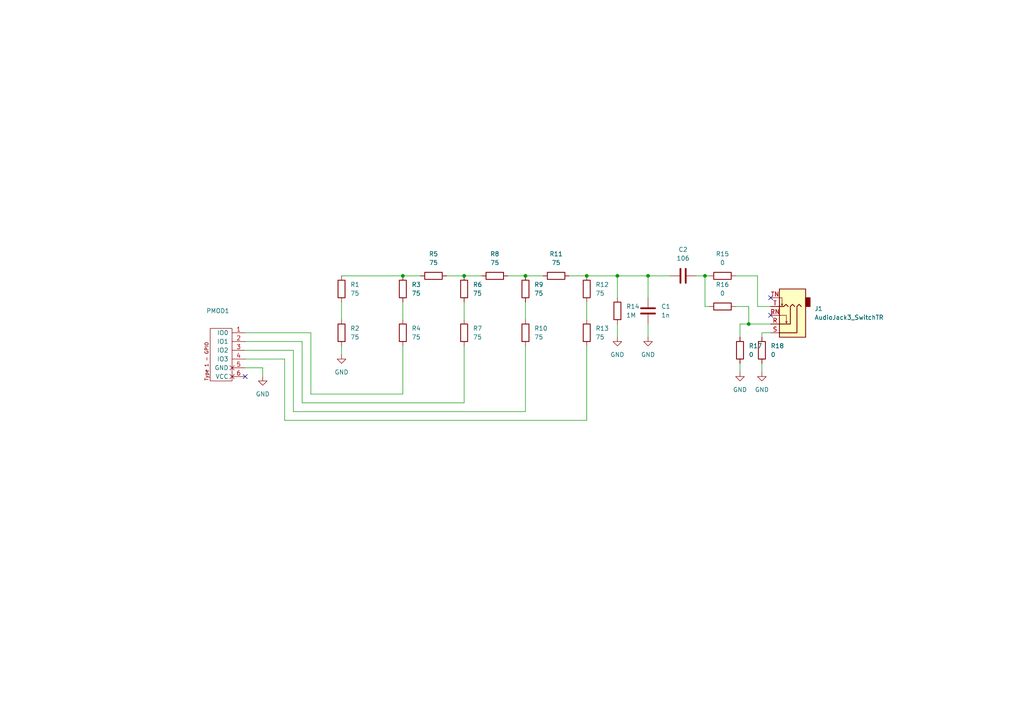
<source format=kicad_sch>
(kicad_sch (version 20211123) (generator eeschema)
  (paper "A4")
  (lib_symbols
    (symbol "Connector:AudioJack3_SwitchTR"
      (property "Reference" "J" (at 0 8.89 0))
      (property "Value" "AudioJack3_SwitchTR" (at 0 6.35 0))
      (symbol "AudioJack3_SwitchTR_0_1"
        (rectangle (start -5.08 -5.08) (end -6.35 -7.62) (stroke (width 0.254)) (fill (type outline)))
        (polyline (pts (xy 0.508 -0.254) (xy 0.762 -0.762)))
        (polyline (pts (xy 1.778 -5.334) (xy 2.032 -5.842)))
        (polyline (pts (xy 0 -5.08) (xy 0.635 -5.715) (xy 1.27 -5.08) (xy 2.54 -5.08)) (stroke (width 0.254)))
        (polyline (pts (xy 2.54 -7.62) (xy 1.778 -7.62) (xy 1.778 -5.334) (xy 1.524 -5.842)))
        (polyline (pts (xy 2.54 -2.54) (xy 0.508 -2.54) (xy 0.508 -0.254) (xy 0.254 -0.762)))
        (polyline (pts (xy -1.905 -5.08) (xy -1.27 -5.715) (xy -0.635 -5.08) (xy -0.635 0) (xy 2.54 0)) (stroke (width 0.254)))
        (polyline (pts (xy 2.54 2.54) (xy -2.54 2.54) (xy -2.54 -5.08) (xy -3.175 -5.715) (xy -3.81 -5.08)) (stroke (width 0.254)))
        (rectangle (start 2.54 3.81) (end -5.08 -10.16) (stroke (width 0.254)) (fill (type background)))
      )
      (symbol "AudioJack3_SwitchTR_1_1"
        (pin passive line (at 5.08 0 180) (length 2.54) (name "~") (number "R"))
        (pin passive line (at 5.08 -2.54 180) (length 2.54) (name "~") (number "RN"))
        (pin passive line (at 5.08 2.54 180) (length 2.54) (name "~") (number "S"))
        (pin passive line (at 5.08 -5.08 180) (length 2.54) (name "~") (number "T"))
        (pin passive line (at 5.08 -7.62 180) (length 2.54) (name "~") (number "TN"))
      )
    )
    (symbol "Device:C" (pin_numbers hide) (pin_names (offset 0.254))
      (property "Reference" "C" (at 0.635 2.54 0))
      (property "Value" "C" (at 0.635 -2.54 0))
      (symbol "C_0_1"
        (polyline (pts (xy -2.032 -0.762) (xy 2.032 -0.762)) (stroke (width 0.508)))
        (polyline (pts (xy -2.032 0.762) (xy 2.032 0.762)) (stroke (width 0.508)))
      )
      (symbol "C_1_1"
        (pin passive line (at 0 3.81 270) (length 2.794) (name "~") (number "1"))
        (pin passive line (at 0 -3.81 90) (length 2.794) (name "~") (number "2"))
      )
    )
    (symbol "Device:R" (pin_numbers hide) (pin_names (offset 0))
      (property "Reference" "R" (at 2.032 0 90))
      (property "Value" "R" (at 0 0 90))
      (symbol "R_0_1"
        (rectangle (start -1.016 -2.54) (end 1.016 2.54) (stroke (width 0.254)))
      )
      (symbol "R_1_1"
        (pin passive line (at 0 3.81 270) (length 1.27) (name "~") (number "1"))
        (pin passive line (at 0 -3.81 90) (length 1.27) (name "~") (number "2"))
      )
    )
    (symbol "pmod:PMOD-Device-x1-Type-1-GPIO" (pin_names (offset 1.016))
      (property "Reference" "PMOD" (at -3.302 -1.27 0))
      (property "Datasheet" "https://docs.google.com/a/mithis.com/spreadsheets/d/1D-GboyrP57VVpejQzEm0P1WEORo1LAIt92hk1bZGEoo/edit#gid=0" (at -1.27 7.62 0))
      (symbol "PMOD-Device-x1-Type-1-GPIO_0_0"
        (text "Type 1 - GPIO" (at -7.366 0 900) (effects (font (size 0.9906 0.9906)) (justify left)))
      )
      (symbol "PMOD-Device-x1-Type-1-GPIO_0_1"
        (rectangle (start 0 15.24) (end -6.35 0))
      )
      (symbol "PMOD-Device-x1-Type-1-GPIO_1_1"
        (pin bidirectional line (at 3.81 13.97 180) (length 3.81) (name "IO0") (number "1"))
        (pin bidirectional line (at 3.81 11.43 180) (length 3.81) (name "IO1") (number "2"))
        (pin bidirectional line (at 3.81 8.89 180) (length 3.81) (name "IO2") (number "3"))
        (pin bidirectional line (at 3.81 6.35 180) (length 3.81) (name "IO3") (number "4"))
        (pin power_out non_logic (at 3.81 3.81 180) (length 3.81) (name "GND") (number "5"))
        (pin power_out non_logic (at 3.81 1.27 180) (length 3.81) (name "VCC") (number "6"))
      )
    )
    (symbol "power:GND" (power) (pin_names (offset 0))
      (property "Value" "GND" (at 0 -3.81 0))
      (symbol "GND_0_1"
        (polyline (pts (xy 0 0) (xy 0 -1.27) (xy 1.27 -1.27) (xy 0 -2.54) (xy -1.27 -1.27) (xy 0 -1.27)))
      )
      (symbol "GND_1_1"
        (pin power_in line (at 0 0 270) (length 0) hide (name "GND") (number "1"))
      )
    )
  )
  (junction (at 179.07 80.01))
  (junction (at 217.17 93.98))
  (junction (at 170.18 80.01))
  (junction (at 152.4 80.01))
  (junction (at 116.84 80.01))
  (junction (at 187.96 80.01))
  (junction (at 204.47 80.01))
  (junction (at 134.62 80.01))
  (no_connect (at 71.12 109.22))
  (no_connect (at 223.52 91.44))
  (no_connect (at 223.52 86.36))
  (wire (pts (xy 99.06 100.33) (xy 99.06 102.87)))
  (wire (pts (xy 170.18 87.63) (xy 170.18 92.71)))
  (wire (pts (xy 170.18 121.92) (xy 170.18 100.33)))
  (wire (pts (xy 99.06 87.63) (xy 99.06 92.71)))
  (wire (pts (xy 71.12 104.14) (xy 82.55 104.14)))
  (wire (pts (xy 219.71 88.9) (xy 223.52 88.9)))
  (wire (pts (xy 71.12 106.68) (xy 76.2 106.68)))
  (wire (pts (xy 134.62 116.84) (xy 134.62 100.33)))
  (wire (pts (xy 152.4 119.38) (xy 152.4 100.33)))
  (wire (pts (xy 204.47 88.9) (xy 204.47 80.01)))
  (wire (pts (xy 214.63 93.98) (xy 217.17 93.98)))
  (wire (pts (xy 214.63 105.41) (xy 214.63 107.95)))
  (wire (pts (xy 76.2 106.68) (xy 76.2 109.22)))
  (wire (pts (xy 187.96 93.98) (xy 187.96 97.79)))
  (wire (pts (xy 213.36 88.9) (xy 217.17 88.9)))
  (wire (pts (xy 82.55 104.14) (xy 82.55 121.92)))
  (wire (pts (xy 71.12 101.6) (xy 85.09 101.6)))
  (wire (pts (xy 213.36 80.01) (xy 219.71 80.01)))
  (wire (pts (xy 116.84 80.01) (xy 121.92 80.01)))
  (wire (pts (xy 99.06 80.01) (xy 116.84 80.01)))
  (wire (pts (xy 116.84 100.33) (xy 116.84 114.3)))
  (wire (pts (xy 134.62 87.63) (xy 134.62 92.71)))
  (wire (pts (xy 71.12 99.06) (xy 87.63 99.06)))
  (wire (pts (xy 116.84 114.3) (xy 90.17 114.3)))
  (wire (pts (xy 179.07 93.98) (xy 179.07 97.79)))
  (wire (pts (xy 220.98 96.52) (xy 220.98 97.79)))
  (wire (pts (xy 129.54 80.01) (xy 134.62 80.01)))
  (wire (pts (xy 217.17 88.9) (xy 217.17 93.98)))
  (wire (pts (xy 147.32 80.01) (xy 152.4 80.01)))
  (wire (pts (xy 85.09 119.38) (xy 152.4 119.38)))
  (wire (pts (xy 82.55 121.92) (xy 170.18 121.92)))
  (wire (pts (xy 179.07 80.01) (xy 187.96 80.01)))
  (wire (pts (xy 87.63 116.84) (xy 134.62 116.84)))
  (wire (pts (xy 205.74 88.9) (xy 204.47 88.9)))
  (wire (pts (xy 219.71 80.01) (xy 219.71 88.9)))
  (wire (pts (xy 152.4 80.01) (xy 157.48 80.01)))
  (wire (pts (xy 165.1 80.01) (xy 170.18 80.01)))
  (wire (pts (xy 204.47 80.01) (xy 205.74 80.01)))
  (wire (pts (xy 187.96 80.01) (xy 187.96 86.36)))
  (wire (pts (xy 170.18 80.01) (xy 179.07 80.01)))
  (wire (pts (xy 152.4 87.63) (xy 152.4 92.71)))
  (wire (pts (xy 90.17 96.52) (xy 71.12 96.52)))
  (wire (pts (xy 179.07 80.01) (xy 179.07 86.36)))
  (wire (pts (xy 187.96 80.01) (xy 194.31 80.01)))
  (wire (pts (xy 85.09 101.6) (xy 85.09 119.38)))
  (wire (pts (xy 201.93 80.01) (xy 204.47 80.01)))
  (wire (pts (xy 87.63 99.06) (xy 87.63 116.84)))
  (wire (pts (xy 220.98 105.41) (xy 220.98 107.95)))
  (wire (pts (xy 90.17 114.3) (xy 90.17 96.52)))
  (wire (pts (xy 223.52 96.52) (xy 220.98 96.52)))
  (wire (pts (xy 134.62 80.01) (xy 139.7 80.01)))
  (wire (pts (xy 217.17 93.98) (xy 223.52 93.98)))
  (wire (pts (xy 214.63 97.79) (xy 214.63 93.98)))
  (wire (pts (xy 116.84 87.63) (xy 116.84 92.71)))
  (symbol (lib_id "Device:R") (at 134.62 83.82 0) (unit 1)
    (property "Reference" "R6" (at 137.16 82.5499 0) (effects (justify left)))
    (property "Value" "75" (at 137.16 85.0899 0) (effects (justify left)))
    (property "Footprint" "Resistor_SMD:R_0805_2012Metric" (effects hide))
  )
  (symbol (lib_id "Device:C") (at 198.12 80.01 90) (unit 1)
    (property "Reference" "C2" (at 198.12 72.39 90))
    (property "Value" "106" (at 198.12 74.93 90))
    (property "Footprint" "Capacitor_SMD:C_1206_3216Metric" (effects hide))
  )
  (symbol (lib_id "Device:R") (at 125.73 80.01 90) (unit 1)
    (property "Reference" "R5" (at 125.73 73.66 90))
    (property "Value" "75" (at 125.73 76.2 90))
    (property "Footprint" "Resistor_SMD:R_0805_2012Metric" (effects hide))
  )
  (symbol (lib_id "Device:R") (at 170.18 96.52 0) (unit 1)
    (property "Reference" "R13" (at 172.72 95.2499 0) (effects (justify left)))
    (property "Value" "75" (at 172.72 97.7899 0) (effects (justify left)))
    (property "Footprint" "Resistor_SMD:R_0805_2012Metric" (effects hide))
  )
  (symbol (lib_id "Device:R") (at 143.51 80.01 90) (unit 1)
    (property "Reference" "R8" (at 143.51 73.66 90))
    (property "Value" "75" (at 143.51 76.2 90))
    (property "Footprint" "Resistor_SMD:R_0805_2012Metric" (effects hide))
  )
  (symbol (lib_id "power:GND") (at 179.07 97.79 0) (unit 1)
    (property "Reference" "#PWR0105" (effects hide))
    (property "Value" "GND" (at 179.07 102.87 0))
  )
  (symbol (lib_id "power:GND") (at 187.96 97.79 0) (unit 1)
    (property "Reference" "#PWR0106" (effects hide))
    (property "Value" "GND" (at 187.96 102.87 0))
  )
  (symbol (lib_id "Device:R") (at 209.55 80.01 90) (unit 1)
    (property "Reference" "R15" (at 209.55 73.66 90))
    (property "Value" "0" (at 209.55 76.2 90))
    (property "Footprint" "Resistor_SMD:R_0805_2012Metric" (effects hide))
  )
  (symbol (lib_id "Device:R") (at 99.06 83.82 0) (unit 1)
    (property "Reference" "R1" (at 101.6 82.5499 0) (effects (justify left)))
    (property "Value" "75" (at 101.6 85.0899 0) (effects (justify left)))
    (property "Footprint" "Resistor_SMD:R_0805_2012Metric" (effects hide))
  )
  (symbol (lib_id "Device:R") (at 209.55 88.9 90) (unit 1)
    (property "Reference" "R16" (at 209.55 82.55 90))
    (property "Value" "0" (at 209.55 85.09 90))
    (property "Footprint" "Resistor_SMD:R_0805_2012Metric" (effects hide))
  )
  (symbol (lib_id "Device:R") (at 116.84 96.52 0) (unit 1)
    (property "Reference" "R4" (at 119.38 95.2499 0) (effects (justify left)))
    (property "Value" "75" (at 119.38 97.7899 0) (effects (justify left)))
    (property "Footprint" "Resistor_SMD:R_0805_2012Metric" (effects hide))
  )
  (symbol (lib_id "power:GND") (at 220.98 107.95 0) (unit 1)
    (property "Reference" "#PWR0103" (effects hide))
    (property "Value" "GND" (at 220.98 113.03 0))
  )
  (symbol (lib_id "Device:R") (at 134.62 96.52 0) (unit 1)
    (property "Reference" "R7" (at 137.16 95.2499 0) (effects (justify left)))
    (property "Value" "75" (at 137.16 97.7899 0) (effects (justify left)))
    (property "Footprint" "Resistor_SMD:R_0805_2012Metric" (effects hide))
  )
  (symbol (lib_id "Device:R") (at 116.84 83.82 0) (unit 1)
    (property "Reference" "R3" (at 119.38 82.5499 0) (effects (justify left)))
    (property "Value" "75" (at 119.38 85.0899 0) (effects (justify left)))
    (property "Footprint" "Resistor_SMD:R_0805_2012Metric" (effects hide))
  )
  (symbol (lib_id "Device:R") (at 179.07 90.17 0) (unit 1)
    (property "Reference" "R14" (at 181.61 88.8999 0) (effects (justify left)))
    (property "Value" "1M" (at 181.61 91.4399 0) (effects (justify left)))
    (property "Footprint" "Resistor_SMD:R_0805_2012Metric" (effects hide))
  )
  (symbol (lib_id "Device:R") (at 170.18 83.82 0) (unit 1)
    (property "Reference" "R12" (at 172.72 82.5499 0) (effects (justify left)))
    (property "Value" "75" (at 172.72 85.0899 0) (effects (justify left)))
    (property "Footprint" "Resistor_SMD:R_0805_2012Metric" (effects hide))
  )
  (symbol (lib_id "pmod:PMOD-Device-x1-Type-1-GPIO") (at 67.31 110.49 0) (unit 1)
    (property "Reference" "PMOD1" (at 63.1818 90.17 0))
    (property "Value" "PMOD-Device-x1-Type-1-GPIO" (effects hide))
    (property "Footprint" "pmod-conn_6x2:pmod_type_1_pin" (effects hide))
    (property "Datasheet" "https://docs.google.com/a/mithis.com/spreadsheets/d/1D-GboyrP57VVpejQzEm0P1WEORo1LAIt92hk1bZGEoo/edit#gid=0" (effects hide))
  )
  (symbol (lib_id "power:GND") (at 76.2 109.22 0) (unit 1)
    (property "Reference" "#PWR0101" (effects hide))
    (property "Value" "GND" (at 76.2 114.3 0))
  )
  (symbol (lib_id "Device:R") (at 152.4 83.82 0) (unit 1)
    (property "Reference" "R9" (at 154.94 82.5499 0) (effects (justify left)))
    (property "Value" "75" (at 154.94 85.0899 0) (effects (justify left)))
    (property "Footprint" "Resistor_SMD:R_0805_2012Metric" (effects hide))
  )
  (symbol (lib_id "power:GND") (at 99.06 102.87 0) (unit 1)
    (property "Reference" "#PWR0102" (effects hide))
    (property "Value" "GND" (at 99.06 107.95 0))
  )
  (symbol (lib_id "Device:R") (at 152.4 96.52 0) (unit 1)
    (property "Reference" "R10" (at 154.94 95.2499 0) (effects (justify left)))
    (property "Value" "75" (at 154.94 97.7899 0) (effects (justify left)))
    (property "Footprint" "Resistor_SMD:R_0805_2012Metric" (effects hide))
  )
  (symbol (lib_id "Device:R") (at 161.29 80.01 90) (unit 1)
    (property "Reference" "R11" (at 161.29 73.66 90))
    (property "Value" "75" (at 161.29 76.2 90))
    (property "Footprint" "Resistor_SMD:R_0805_2012Metric" (effects hide))
  )
  (symbol (lib_id "Device:R") (at 99.06 96.52 0) (unit 1)
    (property "Reference" "R2" (at 101.6 95.2499 0) (effects (justify left)))
    (property "Value" "75" (at 101.6 97.7899 0) (effects (justify left)))
    (property "Footprint" "Resistor_SMD:R_0805_2012Metric" (effects hide))
  )
  (symbol (lib_id "Device:R") (at 214.63 101.6 180) (unit 1)
    (property "Reference" "R17" (at 217.17 100.3299 0) (effects (justify right)))
    (property "Value" "0" (at 217.17 102.8699 0) (effects (justify right)))
    (property "Footprint" "Resistor_SMD:R_0805_2012Metric" (effects hide))
  )
  (symbol (lib_id "Device:R") (at 220.98 101.6 180) (unit 1)
    (property "Reference" "R18" (at 223.52 100.3299 0) (effects (justify right)))
    (property "Value" "0" (at 223.52 102.8699 0) (effects (justify right)))
    (property "Footprint" "Resistor_SMD:R_0805_2012Metric" (effects hide))
  )
  (symbol (lib_id "Device:C") (at 187.96 90.17 0) (unit 1)
    (property "Reference" "C1" (at 191.77 88.8999 0) (effects (justify left)))
    (property "Value" "1n" (at 191.77 91.4399 0) (effects (justify left)))
    (property "Footprint" "Capacitor_SMD:C_0805_2012Metric" (effects hide))
  )
  (symbol (lib_id "Connector:AudioJack3_SwitchTR") (at 228.6 93.98 180) (unit 1)
    (property "Reference" "J1" (at 236.22 89.5349 0) (effects (justify right)))
    (property "Value" "AudioJack3_SwitchTR" (at 236.22 92.0749 0) (effects (justify right)))
    (property "Footprint" "Connector_Audio:Jack_3.5mm_CUI_SJ1-3525N_Horizontal" (effects hide))
  )
  (symbol (lib_id "power:GND") (at 214.63 107.95 0) (unit 1)
    (property "Reference" "#PWR0104" (effects hide))
    (property "Value" "GND" (at 214.63 113.03 0))
  )
)
</source>
